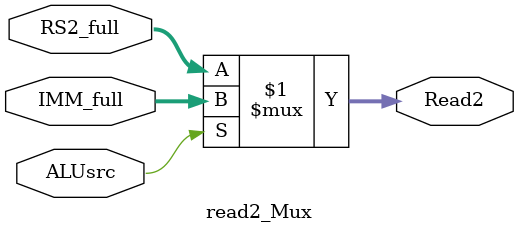
<source format=v>

module read2_Mux(ALUsrc, RS2_full, IMM_full, Read2);

input ALUsrc;
input [31:0] RS2_full;
input [31:0] IMM_full;

output [31:0] Read2;

assign Read2= ALUsrc? IMM_full:RS2_full;


endmodule
/*module read2_Mux(ALUsrc, RS2_full, IMM_full, Read2);

input ALUsrc;
input [31:0] RS2_full;
input [31:0] IMM_full;

output reg [31:0] Read2;
/* This part was commented
always @(ALUsrc) begin
case(ALUsrc)

1'b0: Read2 <= RS2_full;
1'b1: Read2 <= IMM_full;

endcase
end
*/
/*always @(ALUsrc) begin

if(ALUsrc == 1) begin
Read2 <= IMM_full;
end else begin
Read2 <= RS2_full;
end

end

endmodule */
</source>
